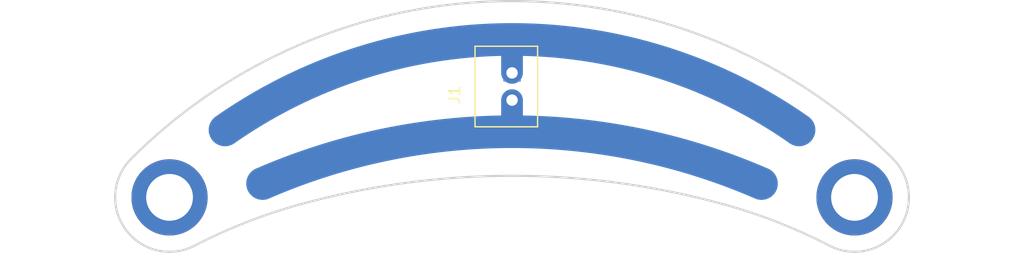
<source format=kicad_pcb>
(kicad_pcb (version 20240108) (generator "pcbnew") (generator_version "8.0")
  (layers (0 "F.Cu" signal) (31 "B.Cu" signal) (34 "B.Paste" user) (35 "F.Paste" user) (36 "B.SilkS" user "B.Silkscreen") (37 "F.SilkS" user "F.Silkscreen") (38 "B.Mask" user) (39 "F.Mask" user) (44 "Edge.Cuts" user))
  (net 0 "")
  (net 1 "+9V")
  (net 2 "GND")
  (footprint "MountingHole:MountingHole_4.3mm_M4_Pad_TopBottom" (layer "F.Cu") (at 117.7838 74.283696)
    (property "Reference" "REF**" (hide yes))
    (property "Value" "MountingHole_4.3mm_M4_Pad_TopBottom")
    (pad "1" thru_hole circle (at 0 0) (size 4.7 4.7) (drill 4.3) (layers "*.Cu" "*.Mask"))
    (pad "1" connect circle (at 0 0) (size 7 7) (layers "F.Cu" "F.Mask"))
    (pad "1" connect circle (at 0 0) (size 7 7) (layers "B.Cu" "B.Mask"))
  )
  (footprint "MountingHole:MountingHole_4.3mm_M4_Pad_TopBottom" (layer "F.Cu") (at 180.716304 74.2838)
    (property "Reference" "REF**" (hide yes))
    (property "Value" "MountingHole_4.3mm_M4_Pad_TopBottom")
    (pad "2" thru_hole circle (at 0 0) (size 4.7 4.7) (drill 4.3) (layers "*.Cu" "*.Mask"))
    (pad "2" connect circle (at 0 0) (size 7 7) (layers "F.Cu" "F.Mask"))
    (pad "2" connect circle (at 0 0) (size 7 7) (layers "B.Cu" "B.Mask"))
  )
  (footprint "B2B-XH-A:B2B-XH-A" (layer "F.Cu") (at 148.724999 64.1 90)
    (property "Reference" "J1" (at -0.775 -4.76 90) (layer "F.SilkS"))
    (property "Value" "B2B-XH-A")
    (fp_line (start 3.7 -2.875) (end 3.7 2.875) (stroke (width 0.127)) (layer "F.SilkS"))
    (fp_line (start -3.7 -2.875) (end 3.7 -2.875) (stroke (width 0.127)) (layer "F.SilkS"))
    (fp_line (start 3.7 2.875) (end -3.7 2.875) (stroke (width 0.127)) (layer "F.SilkS"))
    (fp_line (start -3.7 2.875) (end -3.7 -2.875) (stroke (width 0.127)) (layer "F.SilkS"))
    (pad "1" thru_hole rect (at 1.25 0.525001 90) (size 1.575 1.575) (drill 1.05) (layers "*.Cu" "*.Mask") (net 2 "GND"))
    (pad "2" thru_hole circle (at -1.25 0.525001 90) (size 1.575 1.575) (drill 1.05) (layers "*.Cu" "*.Mask") (net 1 "+9V"))
  )
  (gr_arc (start 122.879886 68.089441) (mid 149.250076 59.775) (end 175.620239 68.089529) (stroke (width 3)) (layer "B.Cu") (net 2))
  (gr_arc (start 126.329351 73.015805) (mid 149.250062 68.250001) (end 172.170758 73.015881) (stroke (width 3)) (layer "B.Cu") (net 1))
  (gr_arc (start 120.081068 78.724705) (mid 113.747755 77.235025) (end 114.248273 70.748156) (stroke (width 0.2)) (layer "Edge.Cuts"))
  (gr_arc (start 120.081068 78.724705) (mid 124.86113 76.561961) (end 129.841504 74.912014) (stroke (width 0.2)) (layer "Edge.Cuts"))
  (gr_arc (start 168.658599 74.912078) (mid 173.638968 76.56204) (end 178.419021 78.724802) (stroke (width 0.2)) (layer "Edge.Cuts"))
  (gr_arc (start 114.248273 70.748156) (mid 149.250083 56.25) (end 184.251844 70.748273) (stroke (width 0.2)) (layer "Edge.Cuts"))
  (gr_arc (start 184.251844 70.748273) (mid 184.752343 77.235153) (end 178.419021 78.724802) (stroke (width 0.2)) (layer "Edge.Cuts"))
  (gr_arc (start 129.841504 74.912014) (mid 149.250056 72.301328) (end 168.658599 74.912078) (stroke (width 0.2)) (layer "Edge.Cuts"))
  (segment (start 149.25 65.35) (end 149.25 68.249939) (width 2) (layer "B.Cu") (net 1))
  (segment (start 149.25 68.249939) (end 149.250062 68.250001) (width 2) (layer "B.Cu") (net 1))
  (segment (start 149.25 62.85) (end 149.25 59.76) (width 2) (layer "B.Cu") (net 2))
  (segment (start 149.25 59.775076) (end 149.250076 59.775) (width 2) (layer "B.Cu") (net 2))
)
</source>
